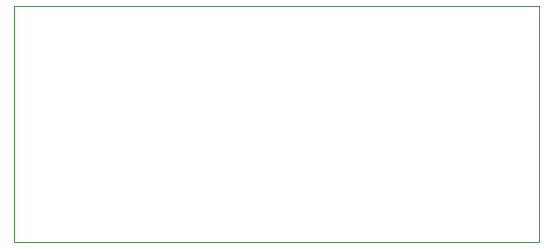
<source format=gbr>
%TF.GenerationSoftware,KiCad,Pcbnew,7.0.7*%
%TF.CreationDate,2024-01-01T23:26:11-08:00*%
%TF.ProjectId,Curly_Mini_v0,4375726c-795f-44d6-996e-695f76302e6b,rev?*%
%TF.SameCoordinates,Original*%
%TF.FileFunction,Profile,NP*%
%FSLAX46Y46*%
G04 Gerber Fmt 4.6, Leading zero omitted, Abs format (unit mm)*
G04 Created by KiCad (PCBNEW 7.0.7) date 2024-01-01 23:26:11*
%MOMM*%
%LPD*%
G01*
G04 APERTURE LIST*
%TA.AperFunction,Profile*%
%ADD10C,0.100000*%
%TD*%
G04 APERTURE END LIST*
D10*
X69215000Y-51120000D02*
X113715000Y-51120000D01*
X113715000Y-71120000D01*
X69215000Y-71120000D01*
X69215000Y-51120000D01*
M02*

</source>
